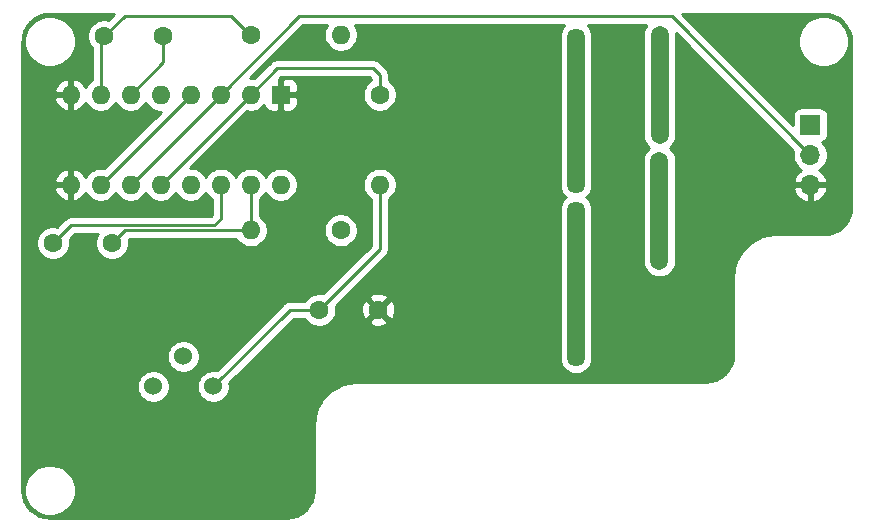
<source format=gbr>
%TF.GenerationSoftware,KiCad,Pcbnew,(5.1.9-0-10_14)*%
%TF.CreationDate,2021-02-06T19:40:53+01:00*%
%TF.ProjectId,f_buzzer,665f6275-7a7a-4657-922e-6b696361645f,rev?*%
%TF.SameCoordinates,Original*%
%TF.FileFunction,Copper,L1,Top*%
%TF.FilePolarity,Positive*%
%FSLAX46Y46*%
G04 Gerber Fmt 4.6, Leading zero omitted, Abs format (unit mm)*
G04 Created by KiCad (PCBNEW (5.1.9-0-10_14)) date 2021-02-06 19:40:53*
%MOMM*%
%LPD*%
G01*
G04 APERTURE LIST*
%TA.AperFunction,ComponentPad*%
%ADD10O,1.500000X14.000000*%
%TD*%
%TA.AperFunction,ComponentPad*%
%ADD11O,1.500000X10.000000*%
%TD*%
%TA.AperFunction,ComponentPad*%
%ADD12O,1.600000X1.600000*%
%TD*%
%TA.AperFunction,ComponentPad*%
%ADD13R,1.600000X1.600000*%
%TD*%
%TA.AperFunction,ComponentPad*%
%ADD14C,1.524000*%
%TD*%
%TA.AperFunction,ComponentPad*%
%ADD15R,1.700000X1.700000*%
%TD*%
%TA.AperFunction,ComponentPad*%
%ADD16O,1.700000X1.700000*%
%TD*%
%TA.AperFunction,ComponentPad*%
%ADD17C,1.600000*%
%TD*%
%TA.AperFunction,Conductor*%
%ADD18C,0.250000*%
%TD*%
%TA.AperFunction,Conductor*%
%ADD19C,0.254000*%
%TD*%
%TA.AperFunction,Conductor*%
%ADD20C,0.100000*%
%TD*%
G04 APERTURE END LIST*
D10*
%TO.P,BZ1,2*%
%TO.N,Net-(BZ1-Pad2)*%
X161740000Y-99680000D03*
%TO.P,BZ1,1*%
%TO.N,Net-(BZ1-Pad1)*%
X161740000Y-85020000D03*
%TD*%
D11*
%TO.P,BZ2,2*%
%TO.N,Net-(BZ1-Pad2)*%
X168810000Y-93490000D03*
%TO.P,BZ2,1*%
%TO.N,Net-(BZ1-Pad1)*%
X168820000Y-82850000D03*
%TD*%
D12*
%TO.P,U1,16*%
%TO.N,VCC*%
X136740000Y-91280000D03*
%TO.P,U1,8*%
%TO.N,GND*%
X118960000Y-83660000D03*
%TO.P,U1,15*%
%TO.N,Net-(C2-Pad2)*%
X134200000Y-91280000D03*
%TO.P,U1,7*%
%TO.N,Net-(C1-Pad2)*%
X121500000Y-83660000D03*
%TO.P,U1,14*%
%TO.N,Net-(C2-Pad1)*%
X131660000Y-91280000D03*
%TO.P,U1,6*%
%TO.N,Net-(C1-Pad1)*%
X124040000Y-83660000D03*
%TO.P,U1,13*%
%TO.N,Net-(U1-Pad13)*%
X129120000Y-91280000D03*
%TO.P,U1,5*%
%TO.N,Net-(BZ1-Pad1)*%
X126580000Y-83660000D03*
%TO.P,U1,12*%
%TO.N,Net-(R1-Pad1)*%
X126580000Y-91280000D03*
%TO.P,U1,4*%
%TO.N,Net-(U1-Pad10)*%
X129120000Y-83660000D03*
%TO.P,U1,11*%
%TO.N,/DVR*%
X124040000Y-91280000D03*
%TO.P,U1,3*%
X131660000Y-83660000D03*
%TO.P,U1,10*%
%TO.N,Net-(U1-Pad10)*%
X121500000Y-91280000D03*
%TO.P,U1,2*%
%TO.N,Net-(R1-Pad1)*%
X134200000Y-83660000D03*
%TO.P,U1,9*%
%TO.N,GND*%
X118960000Y-91280000D03*
D13*
%TO.P,U1,1*%
X136740000Y-83660000D03*
%TD*%
D14*
%TO.P,RV1,3*%
%TO.N,Net-(C3-Pad1)*%
X131035000Y-108365000D03*
%TO.P,RV1,2*%
%TO.N,Net-(BZ1-Pad2)*%
X125955000Y-108365000D03*
%TO.P,RV1,1*%
%TO.N,Net-(BZ1-Pad1)*%
X128495000Y-105825000D03*
%TD*%
D15*
%TO.P,REF\u002A\u002A,1*%
%TO.N,VCC*%
X181580000Y-86230000D03*
D16*
%TO.P,REF\u002A\u002A,2*%
%TO.N,/DVR*%
X181580000Y-88770000D03*
%TO.P,REF\u002A\u002A,3*%
%TO.N,GND*%
X181580000Y-91310000D03*
%TD*%
D12*
%TO.P,R3,2*%
%TO.N,VCC*%
X141830000Y-78580000D03*
D17*
%TO.P,R3,1*%
%TO.N,Net-(C1-Pad2)*%
X134210000Y-78580000D03*
%TD*%
D12*
%TO.P,R2,2*%
%TO.N,Net-(C2-Pad2)*%
X134200000Y-95150000D03*
D17*
%TO.P,R2,1*%
%TO.N,VCC*%
X141820000Y-95150000D03*
%TD*%
D12*
%TO.P,R1,2*%
%TO.N,Net-(C3-Pad1)*%
X145120000Y-91280000D03*
D17*
%TO.P,R1,1*%
%TO.N,Net-(R1-Pad1)*%
X145120000Y-83660000D03*
%TD*%
%TO.P,C3,2*%
%TO.N,GND*%
X145010000Y-101880000D03*
%TO.P,C3,1*%
%TO.N,Net-(C3-Pad1)*%
X140010000Y-101880000D03*
%TD*%
%TO.P,C2,2*%
%TO.N,Net-(C2-Pad2)*%
X122470000Y-96230000D03*
%TO.P,C2,1*%
%TO.N,Net-(C2-Pad1)*%
X117470000Y-96230000D03*
%TD*%
%TO.P,C1,1*%
%TO.N,Net-(C1-Pad1)*%
X126820000Y-78700000D03*
%TO.P,C1,2*%
%TO.N,Net-(C1-Pad2)*%
X121820000Y-78700000D03*
%TD*%
D18*
%TO.N,Net-(C1-Pad2)*%
X121500000Y-79020000D02*
X121500000Y-83660000D01*
X121820000Y-78700000D02*
X121500000Y-79020000D01*
X132550000Y-76990000D02*
X134150000Y-78590000D01*
X123530000Y-76990000D02*
X132550000Y-76990000D01*
X121820000Y-78700000D02*
X123530000Y-76990000D01*
%TO.N,Net-(C1-Pad1)*%
X126820000Y-80880000D02*
X124040000Y-83660000D01*
X126820000Y-78700000D02*
X126820000Y-80880000D01*
%TO.N,Net-(C2-Pad2)*%
X134200000Y-91280000D02*
X134200000Y-95150000D01*
X134190000Y-95140000D02*
X134200000Y-95150000D01*
X123550000Y-95150000D02*
X122470000Y-96230000D01*
X134200000Y-95150000D02*
X123550000Y-95150000D01*
%TO.N,Net-(C2-Pad1)*%
X119000000Y-94700000D02*
X117470000Y-96230000D01*
X131660000Y-94170000D02*
X131130000Y-94700000D01*
X131130000Y-94700000D02*
X119000000Y-94700000D01*
X131660000Y-91280000D02*
X131660000Y-94170000D01*
%TO.N,Net-(C3-Pad1)*%
X145120000Y-96770000D02*
X140010000Y-101880000D01*
X145120000Y-91280000D02*
X145120000Y-96770000D01*
X137520000Y-101880000D02*
X140010000Y-101880000D01*
X131035000Y-108365000D02*
X137520000Y-101880000D01*
%TO.N,Net-(R1-Pad1)*%
X134200000Y-83660000D02*
X126580000Y-91280000D01*
X145120000Y-81980000D02*
X145120000Y-83660000D01*
X144540000Y-81400000D02*
X145120000Y-81980000D01*
X136460000Y-81400000D02*
X144540000Y-81400000D01*
X134200000Y-83660000D02*
X136460000Y-81400000D01*
%TO.N,/DVR*%
X131660000Y-83660000D02*
X124040000Y-91280000D01*
X169850000Y-77040000D02*
X138280000Y-77040000D01*
X138280000Y-77040000D02*
X131660000Y-83660000D01*
X181580000Y-88770000D02*
X169850000Y-77040000D01*
%TO.N,Net-(U1-Pad10)*%
X129120000Y-83660000D02*
X121500000Y-91280000D01*
%TD*%
D19*
%TO.N,GND*%
X122143886Y-77301312D02*
X121961335Y-77265000D01*
X121678665Y-77265000D01*
X121401426Y-77320147D01*
X121140273Y-77428320D01*
X120905241Y-77585363D01*
X120705363Y-77785241D01*
X120548320Y-78020273D01*
X120440147Y-78281426D01*
X120385000Y-78558665D01*
X120385000Y-78841335D01*
X120440147Y-79118574D01*
X120548320Y-79379727D01*
X120705363Y-79614759D01*
X120740000Y-79649396D01*
X120740001Y-82441956D01*
X120585241Y-82545363D01*
X120385363Y-82745241D01*
X120228320Y-82980273D01*
X120223933Y-82990865D01*
X120112385Y-82804869D01*
X119923414Y-82596481D01*
X119697420Y-82428963D01*
X119443087Y-82308754D01*
X119309039Y-82268096D01*
X119087000Y-82390085D01*
X119087000Y-83533000D01*
X119107000Y-83533000D01*
X119107000Y-83787000D01*
X119087000Y-83787000D01*
X119087000Y-84929915D01*
X119309039Y-85051904D01*
X119443087Y-85011246D01*
X119697420Y-84891037D01*
X119923414Y-84723519D01*
X120112385Y-84515131D01*
X120223933Y-84329135D01*
X120228320Y-84339727D01*
X120385363Y-84574759D01*
X120585241Y-84774637D01*
X120820273Y-84931680D01*
X121081426Y-85039853D01*
X121358665Y-85095000D01*
X121641335Y-85095000D01*
X121918574Y-85039853D01*
X122179727Y-84931680D01*
X122414759Y-84774637D01*
X122614637Y-84574759D01*
X122770000Y-84342241D01*
X122925363Y-84574759D01*
X123125241Y-84774637D01*
X123360273Y-84931680D01*
X123621426Y-85039853D01*
X123898665Y-85095000D01*
X124181335Y-85095000D01*
X124458574Y-85039853D01*
X124719727Y-84931680D01*
X124954759Y-84774637D01*
X125154637Y-84574759D01*
X125310000Y-84342241D01*
X125465363Y-84574759D01*
X125665241Y-84774637D01*
X125900273Y-84931680D01*
X126161426Y-85039853D01*
X126438665Y-85095000D01*
X126610198Y-85095000D01*
X121823887Y-89881312D01*
X121641335Y-89845000D01*
X121358665Y-89845000D01*
X121081426Y-89900147D01*
X120820273Y-90008320D01*
X120585241Y-90165363D01*
X120385363Y-90365241D01*
X120228320Y-90600273D01*
X120223933Y-90610865D01*
X120112385Y-90424869D01*
X119923414Y-90216481D01*
X119697420Y-90048963D01*
X119443087Y-89928754D01*
X119309039Y-89888096D01*
X119087000Y-90010085D01*
X119087000Y-91153000D01*
X119107000Y-91153000D01*
X119107000Y-91407000D01*
X119087000Y-91407000D01*
X119087000Y-92549915D01*
X119309039Y-92671904D01*
X119443087Y-92631246D01*
X119697420Y-92511037D01*
X119923414Y-92343519D01*
X120112385Y-92135131D01*
X120223933Y-91949135D01*
X120228320Y-91959727D01*
X120385363Y-92194759D01*
X120585241Y-92394637D01*
X120820273Y-92551680D01*
X121081426Y-92659853D01*
X121358665Y-92715000D01*
X121641335Y-92715000D01*
X121918574Y-92659853D01*
X122179727Y-92551680D01*
X122414759Y-92394637D01*
X122614637Y-92194759D01*
X122770000Y-91962241D01*
X122925363Y-92194759D01*
X123125241Y-92394637D01*
X123360273Y-92551680D01*
X123621426Y-92659853D01*
X123898665Y-92715000D01*
X124181335Y-92715000D01*
X124458574Y-92659853D01*
X124719727Y-92551680D01*
X124954759Y-92394637D01*
X125154637Y-92194759D01*
X125310000Y-91962241D01*
X125465363Y-92194759D01*
X125665241Y-92394637D01*
X125900273Y-92551680D01*
X126161426Y-92659853D01*
X126438665Y-92715000D01*
X126721335Y-92715000D01*
X126998574Y-92659853D01*
X127259727Y-92551680D01*
X127494759Y-92394637D01*
X127694637Y-92194759D01*
X127850000Y-91962241D01*
X128005363Y-92194759D01*
X128205241Y-92394637D01*
X128440273Y-92551680D01*
X128701426Y-92659853D01*
X128978665Y-92715000D01*
X129261335Y-92715000D01*
X129538574Y-92659853D01*
X129799727Y-92551680D01*
X130034759Y-92394637D01*
X130234637Y-92194759D01*
X130390000Y-91962241D01*
X130545363Y-92194759D01*
X130745241Y-92394637D01*
X130900000Y-92498044D01*
X130900001Y-93855198D01*
X130815199Y-93940000D01*
X119037325Y-93940000D01*
X119000000Y-93936324D01*
X118962675Y-93940000D01*
X118962667Y-93940000D01*
X118851014Y-93950997D01*
X118707753Y-93994454D01*
X118575724Y-94065026D01*
X118459999Y-94159999D01*
X118436201Y-94188997D01*
X117793886Y-94831312D01*
X117611335Y-94795000D01*
X117328665Y-94795000D01*
X117051426Y-94850147D01*
X116790273Y-94958320D01*
X116555241Y-95115363D01*
X116355363Y-95315241D01*
X116198320Y-95550273D01*
X116090147Y-95811426D01*
X116035000Y-96088665D01*
X116035000Y-96371335D01*
X116090147Y-96648574D01*
X116198320Y-96909727D01*
X116355363Y-97144759D01*
X116555241Y-97344637D01*
X116790273Y-97501680D01*
X117051426Y-97609853D01*
X117328665Y-97665000D01*
X117611335Y-97665000D01*
X117888574Y-97609853D01*
X118149727Y-97501680D01*
X118384759Y-97344637D01*
X118584637Y-97144759D01*
X118741680Y-96909727D01*
X118849853Y-96648574D01*
X118905000Y-96371335D01*
X118905000Y-96088665D01*
X118868688Y-95906114D01*
X119314802Y-95460000D01*
X121258638Y-95460000D01*
X121198320Y-95550273D01*
X121090147Y-95811426D01*
X121035000Y-96088665D01*
X121035000Y-96371335D01*
X121090147Y-96648574D01*
X121198320Y-96909727D01*
X121355363Y-97144759D01*
X121555241Y-97344637D01*
X121790273Y-97501680D01*
X122051426Y-97609853D01*
X122328665Y-97665000D01*
X122611335Y-97665000D01*
X122888574Y-97609853D01*
X123149727Y-97501680D01*
X123384759Y-97344637D01*
X123584637Y-97144759D01*
X123741680Y-96909727D01*
X123849853Y-96648574D01*
X123905000Y-96371335D01*
X123905000Y-96088665D01*
X123869461Y-95910000D01*
X132981957Y-95910000D01*
X133085363Y-96064759D01*
X133285241Y-96264637D01*
X133520273Y-96421680D01*
X133781426Y-96529853D01*
X134058665Y-96585000D01*
X134341335Y-96585000D01*
X134618574Y-96529853D01*
X134879727Y-96421680D01*
X135114759Y-96264637D01*
X135314637Y-96064759D01*
X135471680Y-95829727D01*
X135579853Y-95568574D01*
X135635000Y-95291335D01*
X135635000Y-95008665D01*
X140385000Y-95008665D01*
X140385000Y-95291335D01*
X140440147Y-95568574D01*
X140548320Y-95829727D01*
X140705363Y-96064759D01*
X140905241Y-96264637D01*
X141140273Y-96421680D01*
X141401426Y-96529853D01*
X141678665Y-96585000D01*
X141961335Y-96585000D01*
X142238574Y-96529853D01*
X142499727Y-96421680D01*
X142734759Y-96264637D01*
X142934637Y-96064759D01*
X143091680Y-95829727D01*
X143199853Y-95568574D01*
X143255000Y-95291335D01*
X143255000Y-95008665D01*
X143199853Y-94731426D01*
X143091680Y-94470273D01*
X142934637Y-94235241D01*
X142734759Y-94035363D01*
X142499727Y-93878320D01*
X142238574Y-93770147D01*
X141961335Y-93715000D01*
X141678665Y-93715000D01*
X141401426Y-93770147D01*
X141140273Y-93878320D01*
X140905241Y-94035363D01*
X140705363Y-94235241D01*
X140548320Y-94470273D01*
X140440147Y-94731426D01*
X140385000Y-95008665D01*
X135635000Y-95008665D01*
X135579853Y-94731426D01*
X135471680Y-94470273D01*
X135314637Y-94235241D01*
X135114759Y-94035363D01*
X134960000Y-93931957D01*
X134960000Y-92498043D01*
X135114759Y-92394637D01*
X135314637Y-92194759D01*
X135470000Y-91962241D01*
X135625363Y-92194759D01*
X135825241Y-92394637D01*
X136060273Y-92551680D01*
X136321426Y-92659853D01*
X136598665Y-92715000D01*
X136881335Y-92715000D01*
X137158574Y-92659853D01*
X137419727Y-92551680D01*
X137654759Y-92394637D01*
X137854637Y-92194759D01*
X138011680Y-91959727D01*
X138119853Y-91698574D01*
X138175000Y-91421335D01*
X138175000Y-91138665D01*
X138119853Y-90861426D01*
X138011680Y-90600273D01*
X137854637Y-90365241D01*
X137654759Y-90165363D01*
X137419727Y-90008320D01*
X137158574Y-89900147D01*
X136881335Y-89845000D01*
X136598665Y-89845000D01*
X136321426Y-89900147D01*
X136060273Y-90008320D01*
X135825241Y-90165363D01*
X135625363Y-90365241D01*
X135470000Y-90597759D01*
X135314637Y-90365241D01*
X135114759Y-90165363D01*
X134879727Y-90008320D01*
X134618574Y-89900147D01*
X134341335Y-89845000D01*
X134058665Y-89845000D01*
X133781426Y-89900147D01*
X133520273Y-90008320D01*
X133285241Y-90165363D01*
X133085363Y-90365241D01*
X132930000Y-90597759D01*
X132774637Y-90365241D01*
X132574759Y-90165363D01*
X132339727Y-90008320D01*
X132078574Y-89900147D01*
X131801335Y-89845000D01*
X131518665Y-89845000D01*
X131241426Y-89900147D01*
X130980273Y-90008320D01*
X130745241Y-90165363D01*
X130545363Y-90365241D01*
X130390000Y-90597759D01*
X130234637Y-90365241D01*
X130034759Y-90165363D01*
X129799727Y-90008320D01*
X129538574Y-89900147D01*
X129261335Y-89845000D01*
X129089801Y-89845000D01*
X133876114Y-85058688D01*
X134058665Y-85095000D01*
X134341335Y-85095000D01*
X134618574Y-85039853D01*
X134879727Y-84931680D01*
X135114759Y-84774637D01*
X135313357Y-84576039D01*
X135314188Y-84584482D01*
X135350498Y-84704180D01*
X135409463Y-84814494D01*
X135488815Y-84911185D01*
X135585506Y-84990537D01*
X135695820Y-85049502D01*
X135815518Y-85085812D01*
X135940000Y-85098072D01*
X136454250Y-85095000D01*
X136613000Y-84936250D01*
X136613000Y-83787000D01*
X136867000Y-83787000D01*
X136867000Y-84936250D01*
X137025750Y-85095000D01*
X137540000Y-85098072D01*
X137664482Y-85085812D01*
X137784180Y-85049502D01*
X137894494Y-84990537D01*
X137991185Y-84911185D01*
X138070537Y-84814494D01*
X138129502Y-84704180D01*
X138165812Y-84584482D01*
X138178072Y-84460000D01*
X138175000Y-83945750D01*
X138016250Y-83787000D01*
X136867000Y-83787000D01*
X136613000Y-83787000D01*
X136593000Y-83787000D01*
X136593000Y-83533000D01*
X136613000Y-83533000D01*
X136613000Y-82383750D01*
X136867000Y-82383750D01*
X136867000Y-83533000D01*
X138016250Y-83533000D01*
X138175000Y-83374250D01*
X138178072Y-82860000D01*
X138165812Y-82735518D01*
X138129502Y-82615820D01*
X138070537Y-82505506D01*
X137991185Y-82408815D01*
X137894494Y-82329463D01*
X137784180Y-82270498D01*
X137664482Y-82234188D01*
X137540000Y-82221928D01*
X137025750Y-82225000D01*
X136867000Y-82383750D01*
X136613000Y-82383750D01*
X136582026Y-82352776D01*
X136774802Y-82160000D01*
X144225199Y-82160000D01*
X144360000Y-82294802D01*
X144360000Y-82441956D01*
X144205241Y-82545363D01*
X144005363Y-82745241D01*
X143848320Y-82980273D01*
X143740147Y-83241426D01*
X143685000Y-83518665D01*
X143685000Y-83801335D01*
X143740147Y-84078574D01*
X143848320Y-84339727D01*
X144005363Y-84574759D01*
X144205241Y-84774637D01*
X144440273Y-84931680D01*
X144701426Y-85039853D01*
X144978665Y-85095000D01*
X145261335Y-85095000D01*
X145538574Y-85039853D01*
X145799727Y-84931680D01*
X146034759Y-84774637D01*
X146234637Y-84574759D01*
X146391680Y-84339727D01*
X146499853Y-84078574D01*
X146555000Y-83801335D01*
X146555000Y-83518665D01*
X146499853Y-83241426D01*
X146391680Y-82980273D01*
X146234637Y-82745241D01*
X146034759Y-82545363D01*
X145880000Y-82441957D01*
X145880000Y-82017323D01*
X145883676Y-81980000D01*
X145880000Y-81942677D01*
X145880000Y-81942667D01*
X145869003Y-81831014D01*
X145825546Y-81687753D01*
X145754974Y-81555724D01*
X145660001Y-81439999D01*
X145631004Y-81416202D01*
X145103803Y-80889002D01*
X145080001Y-80859999D01*
X144964276Y-80765026D01*
X144832247Y-80694454D01*
X144688986Y-80650997D01*
X144577333Y-80640000D01*
X144577322Y-80640000D01*
X144540000Y-80636324D01*
X144502678Y-80640000D01*
X136497325Y-80640000D01*
X136460000Y-80636324D01*
X136422675Y-80640000D01*
X136422667Y-80640000D01*
X136311014Y-80650997D01*
X136167753Y-80694454D01*
X136035724Y-80765026D01*
X135919999Y-80859999D01*
X135896201Y-80888997D01*
X134523886Y-82261312D01*
X134341335Y-82225000D01*
X134169801Y-82225000D01*
X138594802Y-77800000D01*
X140625320Y-77800000D01*
X140558320Y-77900273D01*
X140450147Y-78161426D01*
X140395000Y-78438665D01*
X140395000Y-78721335D01*
X140450147Y-78998574D01*
X140558320Y-79259727D01*
X140715363Y-79494759D01*
X140915241Y-79694637D01*
X141150273Y-79851680D01*
X141411426Y-79959853D01*
X141688665Y-80015000D01*
X141971335Y-80015000D01*
X142248574Y-79959853D01*
X142509727Y-79851680D01*
X142744759Y-79694637D01*
X142944637Y-79494759D01*
X143101680Y-79259727D01*
X143209853Y-78998574D01*
X143265000Y-78721335D01*
X143265000Y-78438665D01*
X143209853Y-78161426D01*
X143101680Y-77900273D01*
X143034680Y-77800000D01*
X160744364Y-77800000D01*
X160582844Y-77996812D01*
X160454237Y-78237419D01*
X160375041Y-78498493D01*
X160355001Y-78701963D01*
X160355000Y-91338036D01*
X160375040Y-91541506D01*
X160454236Y-91802580D01*
X160582843Y-92043187D01*
X160755919Y-92254080D01*
X160872797Y-92350000D01*
X160755920Y-92445919D01*
X160582844Y-92656812D01*
X160454237Y-92897419D01*
X160375041Y-93158493D01*
X160355001Y-93361963D01*
X160355000Y-105998036D01*
X160375040Y-106201506D01*
X160454236Y-106462580D01*
X160582843Y-106703187D01*
X160755919Y-106914080D01*
X160966812Y-107087157D01*
X161207419Y-107215764D01*
X161468493Y-107294960D01*
X161740000Y-107321701D01*
X162011506Y-107294960D01*
X162272580Y-107215764D01*
X162513187Y-107087157D01*
X162724080Y-106914081D01*
X162897157Y-106703188D01*
X163025764Y-106462581D01*
X163104960Y-106201507D01*
X163125000Y-105998037D01*
X163125000Y-93361963D01*
X163104960Y-93158493D01*
X163025764Y-92897419D01*
X162897157Y-92656812D01*
X162724081Y-92445919D01*
X162607203Y-92350000D01*
X162724080Y-92254081D01*
X162897157Y-92043188D01*
X163025764Y-91802581D01*
X163104960Y-91541507D01*
X163125000Y-91338037D01*
X163125000Y-78701963D01*
X163104960Y-78498493D01*
X163025764Y-78237419D01*
X162897157Y-77996812D01*
X162735637Y-77800000D01*
X167684848Y-77800000D01*
X167662843Y-77826813D01*
X167534236Y-78067420D01*
X167455040Y-78328494D01*
X167435000Y-78531964D01*
X167435001Y-87168037D01*
X167455041Y-87371507D01*
X167534237Y-87632581D01*
X167662844Y-87873188D01*
X167835920Y-88084081D01*
X167935612Y-88165896D01*
X167825919Y-88255920D01*
X167652843Y-88466813D01*
X167524236Y-88707420D01*
X167445040Y-88968494D01*
X167425000Y-89171964D01*
X167425001Y-97808037D01*
X167445041Y-98011507D01*
X167524237Y-98272581D01*
X167652844Y-98513188D01*
X167825920Y-98724081D01*
X168036813Y-98897157D01*
X168277420Y-99025764D01*
X168538494Y-99104960D01*
X168810000Y-99131701D01*
X169081507Y-99104960D01*
X169342581Y-99025764D01*
X169583188Y-98897157D01*
X169794081Y-98724081D01*
X169967157Y-98513188D01*
X170095764Y-98272581D01*
X170174960Y-98011507D01*
X170195000Y-97808037D01*
X170195000Y-91666890D01*
X180138524Y-91666890D01*
X180183175Y-91814099D01*
X180308359Y-92076920D01*
X180482412Y-92310269D01*
X180698645Y-92505178D01*
X180948748Y-92654157D01*
X181223109Y-92751481D01*
X181453000Y-92630814D01*
X181453000Y-91437000D01*
X181707000Y-91437000D01*
X181707000Y-92630814D01*
X181936891Y-92751481D01*
X182211252Y-92654157D01*
X182461355Y-92505178D01*
X182677588Y-92310269D01*
X182851641Y-92076920D01*
X182976825Y-91814099D01*
X183021476Y-91666890D01*
X182900155Y-91437000D01*
X181707000Y-91437000D01*
X181453000Y-91437000D01*
X180259845Y-91437000D01*
X180138524Y-91666890D01*
X170195000Y-91666890D01*
X170195000Y-89171963D01*
X170174960Y-88968493D01*
X170095764Y-88707419D01*
X169967157Y-88466812D01*
X169794080Y-88255919D01*
X169694388Y-88174104D01*
X169804081Y-88084081D01*
X169977157Y-87873188D01*
X170105764Y-87632581D01*
X170184960Y-87371507D01*
X170205000Y-87168037D01*
X170205000Y-78531963D01*
X170198209Y-78463010D01*
X180138790Y-88403592D01*
X180095000Y-88623740D01*
X180095000Y-88916260D01*
X180152068Y-89203158D01*
X180264010Y-89473411D01*
X180426525Y-89716632D01*
X180633368Y-89923475D01*
X180815534Y-90045195D01*
X180698645Y-90114822D01*
X180482412Y-90309731D01*
X180308359Y-90543080D01*
X180183175Y-90805901D01*
X180138524Y-90953110D01*
X180259845Y-91183000D01*
X181453000Y-91183000D01*
X181453000Y-91163000D01*
X181707000Y-91163000D01*
X181707000Y-91183000D01*
X182900155Y-91183000D01*
X183021476Y-90953110D01*
X182976825Y-90805901D01*
X182851641Y-90543080D01*
X182677588Y-90309731D01*
X182461355Y-90114822D01*
X182344466Y-90045195D01*
X182526632Y-89923475D01*
X182733475Y-89716632D01*
X182895990Y-89473411D01*
X183007932Y-89203158D01*
X183065000Y-88916260D01*
X183065000Y-88623740D01*
X183007932Y-88336842D01*
X182895990Y-88066589D01*
X182733475Y-87823368D01*
X182601620Y-87691513D01*
X182674180Y-87669502D01*
X182784494Y-87610537D01*
X182881185Y-87531185D01*
X182960537Y-87434494D01*
X183019502Y-87324180D01*
X183055812Y-87204482D01*
X183068072Y-87080000D01*
X183068072Y-85380000D01*
X183055812Y-85255518D01*
X183019502Y-85135820D01*
X182960537Y-85025506D01*
X182881185Y-84928815D01*
X182784494Y-84849463D01*
X182674180Y-84790498D01*
X182554482Y-84754188D01*
X182430000Y-84741928D01*
X180730000Y-84741928D01*
X180605518Y-84754188D01*
X180485820Y-84790498D01*
X180375506Y-84849463D01*
X180278815Y-84928815D01*
X180199463Y-85025506D01*
X180140498Y-85135820D01*
X180104188Y-85255518D01*
X180091928Y-85380000D01*
X180091928Y-86207126D01*
X172821125Y-78936323D01*
X180540497Y-78936323D01*
X180540497Y-79363677D01*
X180623870Y-79782821D01*
X180787412Y-80177645D01*
X181024837Y-80532977D01*
X181327023Y-80835163D01*
X181682355Y-81072588D01*
X182077179Y-81236130D01*
X182496323Y-81319503D01*
X182923677Y-81319503D01*
X183342821Y-81236130D01*
X183737645Y-81072588D01*
X184092977Y-80835163D01*
X184395163Y-80532977D01*
X184632588Y-80177645D01*
X184796130Y-79782821D01*
X184879503Y-79363677D01*
X184879503Y-78936323D01*
X184796130Y-78517179D01*
X184632588Y-78122355D01*
X184395163Y-77767023D01*
X184092977Y-77464837D01*
X183737645Y-77227412D01*
X183342821Y-77063870D01*
X182923677Y-76980497D01*
X182496323Y-76980497D01*
X182077179Y-77063870D01*
X181682355Y-77227412D01*
X181327023Y-77464837D01*
X181024837Y-77767023D01*
X180787412Y-78122355D01*
X180623870Y-78517179D01*
X180540497Y-78936323D01*
X172821125Y-78936323D01*
X170694801Y-76810000D01*
X182677721Y-76810000D01*
X183163893Y-76857670D01*
X183600498Y-76989489D01*
X184003185Y-77203600D01*
X184356612Y-77491848D01*
X184647327Y-77843261D01*
X184864242Y-78244439D01*
X184999106Y-78680113D01*
X185050000Y-79164344D01*
X185050001Y-93117711D01*
X185002330Y-93603894D01*
X184870512Y-94040497D01*
X184656399Y-94443186D01*
X184368150Y-94796613D01*
X184016739Y-95087327D01*
X183615564Y-95304240D01*
X183179886Y-95439106D01*
X182695664Y-95490000D01*
X178677581Y-95490000D01*
X178647937Y-95492920D01*
X178629238Y-95492789D01*
X178620067Y-95493689D01*
X178037777Y-95554890D01*
X177979191Y-95566916D01*
X177920420Y-95578127D01*
X177911598Y-95580790D01*
X177352285Y-95753928D01*
X177297167Y-95777098D01*
X177241678Y-95799516D01*
X177233542Y-95803843D01*
X176718510Y-96082319D01*
X176668936Y-96115757D01*
X176618862Y-96148524D01*
X176611721Y-96154348D01*
X176160588Y-96527558D01*
X176118431Y-96570010D01*
X176075699Y-96611856D01*
X176069825Y-96618957D01*
X175699773Y-97072685D01*
X175666679Y-97122496D01*
X175632873Y-97171868D01*
X175628490Y-97179974D01*
X175353616Y-97696938D01*
X175330812Y-97752265D01*
X175307256Y-97807225D01*
X175304531Y-97816029D01*
X175135304Y-98376536D01*
X175123682Y-98435231D01*
X175111248Y-98493727D01*
X175110285Y-98502892D01*
X175053150Y-99085595D01*
X175050000Y-99117582D01*
X175050001Y-105617711D01*
X175002330Y-106103894D01*
X174870512Y-106540497D01*
X174656399Y-106943186D01*
X174368150Y-107296613D01*
X174016739Y-107587327D01*
X173615564Y-107804240D01*
X173179886Y-107939106D01*
X172695664Y-107990000D01*
X143177581Y-107990000D01*
X143147937Y-107992920D01*
X143129238Y-107992789D01*
X143120067Y-107993689D01*
X142537777Y-108054890D01*
X142479191Y-108066916D01*
X142420420Y-108078127D01*
X142411598Y-108080790D01*
X141852285Y-108253928D01*
X141797167Y-108277098D01*
X141741678Y-108299516D01*
X141733542Y-108303843D01*
X141218510Y-108582319D01*
X141168936Y-108615757D01*
X141118862Y-108648524D01*
X141111721Y-108654348D01*
X140660588Y-109027558D01*
X140618431Y-109070010D01*
X140575699Y-109111856D01*
X140569825Y-109118957D01*
X140199773Y-109572685D01*
X140166679Y-109622496D01*
X140132873Y-109671868D01*
X140128490Y-109679974D01*
X139853616Y-110196938D01*
X139830812Y-110252265D01*
X139807256Y-110307225D01*
X139804531Y-110316029D01*
X139635304Y-110876536D01*
X139623682Y-110935231D01*
X139611248Y-110993727D01*
X139610285Y-111002892D01*
X139553150Y-111585595D01*
X139553150Y-111585608D01*
X139550001Y-111617581D01*
X139550000Y-117117721D01*
X139502330Y-117603894D01*
X139370512Y-118040497D01*
X139156399Y-118443186D01*
X138868150Y-118796613D01*
X138516739Y-119087327D01*
X138115564Y-119304240D01*
X137679886Y-119439106D01*
X137195664Y-119490000D01*
X117242279Y-119490000D01*
X116756106Y-119442330D01*
X116319503Y-119310512D01*
X115916814Y-119096399D01*
X115563387Y-118808150D01*
X115272673Y-118456739D01*
X115055760Y-118055564D01*
X114920894Y-117619886D01*
X114870000Y-117135664D01*
X114870000Y-116936323D01*
X115040497Y-116936323D01*
X115040497Y-117363677D01*
X115123870Y-117782821D01*
X115287412Y-118177645D01*
X115524837Y-118532977D01*
X115827023Y-118835163D01*
X116182355Y-119072588D01*
X116577179Y-119236130D01*
X116996323Y-119319503D01*
X117423677Y-119319503D01*
X117842821Y-119236130D01*
X118237645Y-119072588D01*
X118592977Y-118835163D01*
X118895163Y-118532977D01*
X119132588Y-118177645D01*
X119296130Y-117782821D01*
X119379503Y-117363677D01*
X119379503Y-116936323D01*
X119296130Y-116517179D01*
X119132588Y-116122355D01*
X118895163Y-115767023D01*
X118592977Y-115464837D01*
X118237645Y-115227412D01*
X117842821Y-115063870D01*
X117423677Y-114980497D01*
X116996323Y-114980497D01*
X116577179Y-115063870D01*
X116182355Y-115227412D01*
X115827023Y-115464837D01*
X115524837Y-115767023D01*
X115287412Y-116122355D01*
X115123870Y-116517179D01*
X115040497Y-116936323D01*
X114870000Y-116936323D01*
X114870000Y-108227408D01*
X124558000Y-108227408D01*
X124558000Y-108502592D01*
X124611686Y-108772490D01*
X124716995Y-109026727D01*
X124869880Y-109255535D01*
X125064465Y-109450120D01*
X125293273Y-109603005D01*
X125547510Y-109708314D01*
X125817408Y-109762000D01*
X126092592Y-109762000D01*
X126362490Y-109708314D01*
X126616727Y-109603005D01*
X126845535Y-109450120D01*
X127040120Y-109255535D01*
X127193005Y-109026727D01*
X127298314Y-108772490D01*
X127352000Y-108502592D01*
X127352000Y-108227408D01*
X129638000Y-108227408D01*
X129638000Y-108502592D01*
X129691686Y-108772490D01*
X129796995Y-109026727D01*
X129949880Y-109255535D01*
X130144465Y-109450120D01*
X130373273Y-109603005D01*
X130627510Y-109708314D01*
X130897408Y-109762000D01*
X131172592Y-109762000D01*
X131442490Y-109708314D01*
X131696727Y-109603005D01*
X131925535Y-109450120D01*
X132120120Y-109255535D01*
X132273005Y-109026727D01*
X132378314Y-108772490D01*
X132432000Y-108502592D01*
X132432000Y-108227408D01*
X132401372Y-108073429D01*
X137834802Y-102640000D01*
X138791957Y-102640000D01*
X138895363Y-102794759D01*
X139095241Y-102994637D01*
X139330273Y-103151680D01*
X139591426Y-103259853D01*
X139868665Y-103315000D01*
X140151335Y-103315000D01*
X140428574Y-103259853D01*
X140689727Y-103151680D01*
X140924759Y-102994637D01*
X141046694Y-102872702D01*
X144196903Y-102872702D01*
X144268486Y-103116671D01*
X144523996Y-103237571D01*
X144798184Y-103306300D01*
X145080512Y-103320217D01*
X145360130Y-103278787D01*
X145626292Y-103183603D01*
X145751514Y-103116671D01*
X145823097Y-102872702D01*
X145010000Y-102059605D01*
X144196903Y-102872702D01*
X141046694Y-102872702D01*
X141124637Y-102794759D01*
X141281680Y-102559727D01*
X141389853Y-102298574D01*
X141445000Y-102021335D01*
X141445000Y-101950512D01*
X143569783Y-101950512D01*
X143611213Y-102230130D01*
X143706397Y-102496292D01*
X143773329Y-102621514D01*
X144017298Y-102693097D01*
X144830395Y-101880000D01*
X145189605Y-101880000D01*
X146002702Y-102693097D01*
X146246671Y-102621514D01*
X146367571Y-102366004D01*
X146436300Y-102091816D01*
X146450217Y-101809488D01*
X146408787Y-101529870D01*
X146313603Y-101263708D01*
X146246671Y-101138486D01*
X146002702Y-101066903D01*
X145189605Y-101880000D01*
X144830395Y-101880000D01*
X144017298Y-101066903D01*
X143773329Y-101138486D01*
X143652429Y-101393996D01*
X143583700Y-101668184D01*
X143569783Y-101950512D01*
X141445000Y-101950512D01*
X141445000Y-101738665D01*
X141408688Y-101556113D01*
X142077503Y-100887298D01*
X144196903Y-100887298D01*
X145010000Y-101700395D01*
X145823097Y-100887298D01*
X145751514Y-100643329D01*
X145496004Y-100522429D01*
X145221816Y-100453700D01*
X144939488Y-100439783D01*
X144659870Y-100481213D01*
X144393708Y-100576397D01*
X144268486Y-100643329D01*
X144196903Y-100887298D01*
X142077503Y-100887298D01*
X145631003Y-97333799D01*
X145660001Y-97310001D01*
X145754974Y-97194276D01*
X145825546Y-97062247D01*
X145869003Y-96918986D01*
X145880000Y-96807333D01*
X145880000Y-96807324D01*
X145883676Y-96770001D01*
X145880000Y-96732678D01*
X145880000Y-92498043D01*
X146034759Y-92394637D01*
X146234637Y-92194759D01*
X146391680Y-91959727D01*
X146499853Y-91698574D01*
X146555000Y-91421335D01*
X146555000Y-91138665D01*
X146499853Y-90861426D01*
X146391680Y-90600273D01*
X146234637Y-90365241D01*
X146034759Y-90165363D01*
X145799727Y-90008320D01*
X145538574Y-89900147D01*
X145261335Y-89845000D01*
X144978665Y-89845000D01*
X144701426Y-89900147D01*
X144440273Y-90008320D01*
X144205241Y-90165363D01*
X144005363Y-90365241D01*
X143848320Y-90600273D01*
X143740147Y-90861426D01*
X143685000Y-91138665D01*
X143685000Y-91421335D01*
X143740147Y-91698574D01*
X143848320Y-91959727D01*
X144005363Y-92194759D01*
X144205241Y-92394637D01*
X144360000Y-92498044D01*
X144360001Y-96455197D01*
X140333887Y-100481312D01*
X140151335Y-100445000D01*
X139868665Y-100445000D01*
X139591426Y-100500147D01*
X139330273Y-100608320D01*
X139095241Y-100765363D01*
X138895363Y-100965241D01*
X138791957Y-101120000D01*
X137557323Y-101120000D01*
X137520000Y-101116324D01*
X137482677Y-101120000D01*
X137482667Y-101120000D01*
X137371014Y-101130997D01*
X137227753Y-101174454D01*
X137095723Y-101245026D01*
X137012083Y-101313668D01*
X136979999Y-101339999D01*
X136956201Y-101368997D01*
X131326571Y-106998628D01*
X131172592Y-106968000D01*
X130897408Y-106968000D01*
X130627510Y-107021686D01*
X130373273Y-107126995D01*
X130144465Y-107279880D01*
X129949880Y-107474465D01*
X129796995Y-107703273D01*
X129691686Y-107957510D01*
X129638000Y-108227408D01*
X127352000Y-108227408D01*
X127298314Y-107957510D01*
X127193005Y-107703273D01*
X127040120Y-107474465D01*
X126845535Y-107279880D01*
X126616727Y-107126995D01*
X126362490Y-107021686D01*
X126092592Y-106968000D01*
X125817408Y-106968000D01*
X125547510Y-107021686D01*
X125293273Y-107126995D01*
X125064465Y-107279880D01*
X124869880Y-107474465D01*
X124716995Y-107703273D01*
X124611686Y-107957510D01*
X124558000Y-108227408D01*
X114870000Y-108227408D01*
X114870000Y-105687408D01*
X127098000Y-105687408D01*
X127098000Y-105962592D01*
X127151686Y-106232490D01*
X127256995Y-106486727D01*
X127409880Y-106715535D01*
X127604465Y-106910120D01*
X127833273Y-107063005D01*
X128087510Y-107168314D01*
X128357408Y-107222000D01*
X128632592Y-107222000D01*
X128902490Y-107168314D01*
X129156727Y-107063005D01*
X129385535Y-106910120D01*
X129580120Y-106715535D01*
X129733005Y-106486727D01*
X129838314Y-106232490D01*
X129892000Y-105962592D01*
X129892000Y-105687408D01*
X129838314Y-105417510D01*
X129733005Y-105163273D01*
X129580120Y-104934465D01*
X129385535Y-104739880D01*
X129156727Y-104586995D01*
X128902490Y-104481686D01*
X128632592Y-104428000D01*
X128357408Y-104428000D01*
X128087510Y-104481686D01*
X127833273Y-104586995D01*
X127604465Y-104739880D01*
X127409880Y-104934465D01*
X127256995Y-105163273D01*
X127151686Y-105417510D01*
X127098000Y-105687408D01*
X114870000Y-105687408D01*
X114870000Y-91629040D01*
X117568091Y-91629040D01*
X117662930Y-91893881D01*
X117807615Y-92135131D01*
X117996586Y-92343519D01*
X118222580Y-92511037D01*
X118476913Y-92631246D01*
X118610961Y-92671904D01*
X118833000Y-92549915D01*
X118833000Y-91407000D01*
X117689376Y-91407000D01*
X117568091Y-91629040D01*
X114870000Y-91629040D01*
X114870000Y-90930960D01*
X117568091Y-90930960D01*
X117689376Y-91153000D01*
X118833000Y-91153000D01*
X118833000Y-90010085D01*
X118610961Y-89888096D01*
X118476913Y-89928754D01*
X118222580Y-90048963D01*
X117996586Y-90216481D01*
X117807615Y-90424869D01*
X117662930Y-90666119D01*
X117568091Y-90930960D01*
X114870000Y-90930960D01*
X114870000Y-84009040D01*
X117568091Y-84009040D01*
X117662930Y-84273881D01*
X117807615Y-84515131D01*
X117996586Y-84723519D01*
X118222580Y-84891037D01*
X118476913Y-85011246D01*
X118610961Y-85051904D01*
X118833000Y-84929915D01*
X118833000Y-83787000D01*
X117689376Y-83787000D01*
X117568091Y-84009040D01*
X114870000Y-84009040D01*
X114870000Y-83310960D01*
X117568091Y-83310960D01*
X117689376Y-83533000D01*
X118833000Y-83533000D01*
X118833000Y-82390085D01*
X118610961Y-82268096D01*
X118476913Y-82308754D01*
X118222580Y-82428963D01*
X117996586Y-82596481D01*
X117807615Y-82804869D01*
X117662930Y-83046119D01*
X117568091Y-83310960D01*
X114870000Y-83310960D01*
X114870000Y-79182279D01*
X114894116Y-78936323D01*
X115040497Y-78936323D01*
X115040497Y-79363677D01*
X115123870Y-79782821D01*
X115287412Y-80177645D01*
X115524837Y-80532977D01*
X115827023Y-80835163D01*
X116182355Y-81072588D01*
X116577179Y-81236130D01*
X116996323Y-81319503D01*
X117423677Y-81319503D01*
X117842821Y-81236130D01*
X118237645Y-81072588D01*
X118592977Y-80835163D01*
X118895163Y-80532977D01*
X119132588Y-80177645D01*
X119296130Y-79782821D01*
X119379503Y-79363677D01*
X119379503Y-78936323D01*
X119296130Y-78517179D01*
X119132588Y-78122355D01*
X118895163Y-77767023D01*
X118592977Y-77464837D01*
X118237645Y-77227412D01*
X117842821Y-77063870D01*
X117423677Y-76980497D01*
X116996323Y-76980497D01*
X116577179Y-77063870D01*
X116182355Y-77227412D01*
X115827023Y-77464837D01*
X115524837Y-77767023D01*
X115287412Y-78122355D01*
X115123870Y-78517179D01*
X115040497Y-78936323D01*
X114894116Y-78936323D01*
X114917670Y-78696107D01*
X115049489Y-78259502D01*
X115263600Y-77856815D01*
X115551848Y-77503388D01*
X115903261Y-77212673D01*
X116304439Y-76995758D01*
X116740113Y-76860894D01*
X117224344Y-76810000D01*
X122635198Y-76810000D01*
X122143886Y-77301312D01*
%TA.AperFunction,Conductor*%
D20*
G36*
X122143886Y-77301312D02*
G01*
X121961335Y-77265000D01*
X121678665Y-77265000D01*
X121401426Y-77320147D01*
X121140273Y-77428320D01*
X120905241Y-77585363D01*
X120705363Y-77785241D01*
X120548320Y-78020273D01*
X120440147Y-78281426D01*
X120385000Y-78558665D01*
X120385000Y-78841335D01*
X120440147Y-79118574D01*
X120548320Y-79379727D01*
X120705363Y-79614759D01*
X120740000Y-79649396D01*
X120740001Y-82441956D01*
X120585241Y-82545363D01*
X120385363Y-82745241D01*
X120228320Y-82980273D01*
X120223933Y-82990865D01*
X120112385Y-82804869D01*
X119923414Y-82596481D01*
X119697420Y-82428963D01*
X119443087Y-82308754D01*
X119309039Y-82268096D01*
X119087000Y-82390085D01*
X119087000Y-83533000D01*
X119107000Y-83533000D01*
X119107000Y-83787000D01*
X119087000Y-83787000D01*
X119087000Y-84929915D01*
X119309039Y-85051904D01*
X119443087Y-85011246D01*
X119697420Y-84891037D01*
X119923414Y-84723519D01*
X120112385Y-84515131D01*
X120223933Y-84329135D01*
X120228320Y-84339727D01*
X120385363Y-84574759D01*
X120585241Y-84774637D01*
X120820273Y-84931680D01*
X121081426Y-85039853D01*
X121358665Y-85095000D01*
X121641335Y-85095000D01*
X121918574Y-85039853D01*
X122179727Y-84931680D01*
X122414759Y-84774637D01*
X122614637Y-84574759D01*
X122770000Y-84342241D01*
X122925363Y-84574759D01*
X123125241Y-84774637D01*
X123360273Y-84931680D01*
X123621426Y-85039853D01*
X123898665Y-85095000D01*
X124181335Y-85095000D01*
X124458574Y-85039853D01*
X124719727Y-84931680D01*
X124954759Y-84774637D01*
X125154637Y-84574759D01*
X125310000Y-84342241D01*
X125465363Y-84574759D01*
X125665241Y-84774637D01*
X125900273Y-84931680D01*
X126161426Y-85039853D01*
X126438665Y-85095000D01*
X126610198Y-85095000D01*
X121823887Y-89881312D01*
X121641335Y-89845000D01*
X121358665Y-89845000D01*
X121081426Y-89900147D01*
X120820273Y-90008320D01*
X120585241Y-90165363D01*
X120385363Y-90365241D01*
X120228320Y-90600273D01*
X120223933Y-90610865D01*
X120112385Y-90424869D01*
X119923414Y-90216481D01*
X119697420Y-90048963D01*
X119443087Y-89928754D01*
X119309039Y-89888096D01*
X119087000Y-90010085D01*
X119087000Y-91153000D01*
X119107000Y-91153000D01*
X119107000Y-91407000D01*
X119087000Y-91407000D01*
X119087000Y-92549915D01*
X119309039Y-92671904D01*
X119443087Y-92631246D01*
X119697420Y-92511037D01*
X119923414Y-92343519D01*
X120112385Y-92135131D01*
X120223933Y-91949135D01*
X120228320Y-91959727D01*
X120385363Y-92194759D01*
X120585241Y-92394637D01*
X120820273Y-92551680D01*
X121081426Y-92659853D01*
X121358665Y-92715000D01*
X121641335Y-92715000D01*
X121918574Y-92659853D01*
X122179727Y-92551680D01*
X122414759Y-92394637D01*
X122614637Y-92194759D01*
X122770000Y-91962241D01*
X122925363Y-92194759D01*
X123125241Y-92394637D01*
X123360273Y-92551680D01*
X123621426Y-92659853D01*
X123898665Y-92715000D01*
X124181335Y-92715000D01*
X124458574Y-92659853D01*
X124719727Y-92551680D01*
X124954759Y-92394637D01*
X125154637Y-92194759D01*
X125310000Y-91962241D01*
X125465363Y-92194759D01*
X125665241Y-92394637D01*
X125900273Y-92551680D01*
X126161426Y-92659853D01*
X126438665Y-92715000D01*
X126721335Y-92715000D01*
X126998574Y-92659853D01*
X127259727Y-92551680D01*
X127494759Y-92394637D01*
X127694637Y-92194759D01*
X127850000Y-91962241D01*
X128005363Y-92194759D01*
X128205241Y-92394637D01*
X128440273Y-92551680D01*
X128701426Y-92659853D01*
X128978665Y-92715000D01*
X129261335Y-92715000D01*
X129538574Y-92659853D01*
X129799727Y-92551680D01*
X130034759Y-92394637D01*
X130234637Y-92194759D01*
X130390000Y-91962241D01*
X130545363Y-92194759D01*
X130745241Y-92394637D01*
X130900000Y-92498044D01*
X130900001Y-93855198D01*
X130815199Y-93940000D01*
X119037325Y-93940000D01*
X119000000Y-93936324D01*
X118962675Y-93940000D01*
X118962667Y-93940000D01*
X118851014Y-93950997D01*
X118707753Y-93994454D01*
X118575724Y-94065026D01*
X118459999Y-94159999D01*
X118436201Y-94188997D01*
X117793886Y-94831312D01*
X117611335Y-94795000D01*
X117328665Y-94795000D01*
X117051426Y-94850147D01*
X116790273Y-94958320D01*
X116555241Y-95115363D01*
X116355363Y-95315241D01*
X116198320Y-95550273D01*
X116090147Y-95811426D01*
X116035000Y-96088665D01*
X116035000Y-96371335D01*
X116090147Y-96648574D01*
X116198320Y-96909727D01*
X116355363Y-97144759D01*
X116555241Y-97344637D01*
X116790273Y-97501680D01*
X117051426Y-97609853D01*
X117328665Y-97665000D01*
X117611335Y-97665000D01*
X117888574Y-97609853D01*
X118149727Y-97501680D01*
X118384759Y-97344637D01*
X118584637Y-97144759D01*
X118741680Y-96909727D01*
X118849853Y-96648574D01*
X118905000Y-96371335D01*
X118905000Y-96088665D01*
X118868688Y-95906114D01*
X119314802Y-95460000D01*
X121258638Y-95460000D01*
X121198320Y-95550273D01*
X121090147Y-95811426D01*
X121035000Y-96088665D01*
X121035000Y-96371335D01*
X121090147Y-96648574D01*
X121198320Y-96909727D01*
X121355363Y-97144759D01*
X121555241Y-97344637D01*
X121790273Y-97501680D01*
X122051426Y-97609853D01*
X122328665Y-97665000D01*
X122611335Y-97665000D01*
X122888574Y-97609853D01*
X123149727Y-97501680D01*
X123384759Y-97344637D01*
X123584637Y-97144759D01*
X123741680Y-96909727D01*
X123849853Y-96648574D01*
X123905000Y-96371335D01*
X123905000Y-96088665D01*
X123869461Y-95910000D01*
X132981957Y-95910000D01*
X133085363Y-96064759D01*
X133285241Y-96264637D01*
X133520273Y-96421680D01*
X133781426Y-96529853D01*
X134058665Y-96585000D01*
X134341335Y-96585000D01*
X134618574Y-96529853D01*
X134879727Y-96421680D01*
X135114759Y-96264637D01*
X135314637Y-96064759D01*
X135471680Y-95829727D01*
X135579853Y-95568574D01*
X135635000Y-95291335D01*
X135635000Y-95008665D01*
X140385000Y-95008665D01*
X140385000Y-95291335D01*
X140440147Y-95568574D01*
X140548320Y-95829727D01*
X140705363Y-96064759D01*
X140905241Y-96264637D01*
X141140273Y-96421680D01*
X141401426Y-96529853D01*
X141678665Y-96585000D01*
X141961335Y-96585000D01*
X142238574Y-96529853D01*
X142499727Y-96421680D01*
X142734759Y-96264637D01*
X142934637Y-96064759D01*
X143091680Y-95829727D01*
X143199853Y-95568574D01*
X143255000Y-95291335D01*
X143255000Y-95008665D01*
X143199853Y-94731426D01*
X143091680Y-94470273D01*
X142934637Y-94235241D01*
X142734759Y-94035363D01*
X142499727Y-93878320D01*
X142238574Y-93770147D01*
X141961335Y-93715000D01*
X141678665Y-93715000D01*
X141401426Y-93770147D01*
X141140273Y-93878320D01*
X140905241Y-94035363D01*
X140705363Y-94235241D01*
X140548320Y-94470273D01*
X140440147Y-94731426D01*
X140385000Y-95008665D01*
X135635000Y-95008665D01*
X135579853Y-94731426D01*
X135471680Y-94470273D01*
X135314637Y-94235241D01*
X135114759Y-94035363D01*
X134960000Y-93931957D01*
X134960000Y-92498043D01*
X135114759Y-92394637D01*
X135314637Y-92194759D01*
X135470000Y-91962241D01*
X135625363Y-92194759D01*
X135825241Y-92394637D01*
X136060273Y-92551680D01*
X136321426Y-92659853D01*
X136598665Y-92715000D01*
X136881335Y-92715000D01*
X137158574Y-92659853D01*
X137419727Y-92551680D01*
X137654759Y-92394637D01*
X137854637Y-92194759D01*
X138011680Y-91959727D01*
X138119853Y-91698574D01*
X138175000Y-91421335D01*
X138175000Y-91138665D01*
X138119853Y-90861426D01*
X138011680Y-90600273D01*
X137854637Y-90365241D01*
X137654759Y-90165363D01*
X137419727Y-90008320D01*
X137158574Y-89900147D01*
X136881335Y-89845000D01*
X136598665Y-89845000D01*
X136321426Y-89900147D01*
X136060273Y-90008320D01*
X135825241Y-90165363D01*
X135625363Y-90365241D01*
X135470000Y-90597759D01*
X135314637Y-90365241D01*
X135114759Y-90165363D01*
X134879727Y-90008320D01*
X134618574Y-89900147D01*
X134341335Y-89845000D01*
X134058665Y-89845000D01*
X133781426Y-89900147D01*
X133520273Y-90008320D01*
X133285241Y-90165363D01*
X133085363Y-90365241D01*
X132930000Y-90597759D01*
X132774637Y-90365241D01*
X132574759Y-90165363D01*
X132339727Y-90008320D01*
X132078574Y-89900147D01*
X131801335Y-89845000D01*
X131518665Y-89845000D01*
X131241426Y-89900147D01*
X130980273Y-90008320D01*
X130745241Y-90165363D01*
X130545363Y-90365241D01*
X130390000Y-90597759D01*
X130234637Y-90365241D01*
X130034759Y-90165363D01*
X129799727Y-90008320D01*
X129538574Y-89900147D01*
X129261335Y-89845000D01*
X129089801Y-89845000D01*
X133876114Y-85058688D01*
X134058665Y-85095000D01*
X134341335Y-85095000D01*
X134618574Y-85039853D01*
X134879727Y-84931680D01*
X135114759Y-84774637D01*
X135313357Y-84576039D01*
X135314188Y-84584482D01*
X135350498Y-84704180D01*
X135409463Y-84814494D01*
X135488815Y-84911185D01*
X135585506Y-84990537D01*
X135695820Y-85049502D01*
X135815518Y-85085812D01*
X135940000Y-85098072D01*
X136454250Y-85095000D01*
X136613000Y-84936250D01*
X136613000Y-83787000D01*
X136867000Y-83787000D01*
X136867000Y-84936250D01*
X137025750Y-85095000D01*
X137540000Y-85098072D01*
X137664482Y-85085812D01*
X137784180Y-85049502D01*
X137894494Y-84990537D01*
X137991185Y-84911185D01*
X138070537Y-84814494D01*
X138129502Y-84704180D01*
X138165812Y-84584482D01*
X138178072Y-84460000D01*
X138175000Y-83945750D01*
X138016250Y-83787000D01*
X136867000Y-83787000D01*
X136613000Y-83787000D01*
X136593000Y-83787000D01*
X136593000Y-83533000D01*
X136613000Y-83533000D01*
X136613000Y-82383750D01*
X136867000Y-82383750D01*
X136867000Y-83533000D01*
X138016250Y-83533000D01*
X138175000Y-83374250D01*
X138178072Y-82860000D01*
X138165812Y-82735518D01*
X138129502Y-82615820D01*
X138070537Y-82505506D01*
X137991185Y-82408815D01*
X137894494Y-82329463D01*
X137784180Y-82270498D01*
X137664482Y-82234188D01*
X137540000Y-82221928D01*
X137025750Y-82225000D01*
X136867000Y-82383750D01*
X136613000Y-82383750D01*
X136582026Y-82352776D01*
X136774802Y-82160000D01*
X144225199Y-82160000D01*
X144360000Y-82294802D01*
X144360000Y-82441956D01*
X144205241Y-82545363D01*
X144005363Y-82745241D01*
X143848320Y-82980273D01*
X143740147Y-83241426D01*
X143685000Y-83518665D01*
X143685000Y-83801335D01*
X143740147Y-84078574D01*
X143848320Y-84339727D01*
X144005363Y-84574759D01*
X144205241Y-84774637D01*
X144440273Y-84931680D01*
X144701426Y-85039853D01*
X144978665Y-85095000D01*
X145261335Y-85095000D01*
X145538574Y-85039853D01*
X145799727Y-84931680D01*
X146034759Y-84774637D01*
X146234637Y-84574759D01*
X146391680Y-84339727D01*
X146499853Y-84078574D01*
X146555000Y-83801335D01*
X146555000Y-83518665D01*
X146499853Y-83241426D01*
X146391680Y-82980273D01*
X146234637Y-82745241D01*
X146034759Y-82545363D01*
X145880000Y-82441957D01*
X145880000Y-82017323D01*
X145883676Y-81980000D01*
X145880000Y-81942677D01*
X145880000Y-81942667D01*
X145869003Y-81831014D01*
X145825546Y-81687753D01*
X145754974Y-81555724D01*
X145660001Y-81439999D01*
X145631004Y-81416202D01*
X145103803Y-80889002D01*
X145080001Y-80859999D01*
X144964276Y-80765026D01*
X144832247Y-80694454D01*
X144688986Y-80650997D01*
X144577333Y-80640000D01*
X144577322Y-80640000D01*
X144540000Y-80636324D01*
X144502678Y-80640000D01*
X136497325Y-80640000D01*
X136460000Y-80636324D01*
X136422675Y-80640000D01*
X136422667Y-80640000D01*
X136311014Y-80650997D01*
X136167753Y-80694454D01*
X136035724Y-80765026D01*
X135919999Y-80859999D01*
X135896201Y-80888997D01*
X134523886Y-82261312D01*
X134341335Y-82225000D01*
X134169801Y-82225000D01*
X138594802Y-77800000D01*
X140625320Y-77800000D01*
X140558320Y-77900273D01*
X140450147Y-78161426D01*
X140395000Y-78438665D01*
X140395000Y-78721335D01*
X140450147Y-78998574D01*
X140558320Y-79259727D01*
X140715363Y-79494759D01*
X140915241Y-79694637D01*
X141150273Y-79851680D01*
X141411426Y-79959853D01*
X141688665Y-80015000D01*
X141971335Y-80015000D01*
X142248574Y-79959853D01*
X142509727Y-79851680D01*
X142744759Y-79694637D01*
X142944637Y-79494759D01*
X143101680Y-79259727D01*
X143209853Y-78998574D01*
X143265000Y-78721335D01*
X143265000Y-78438665D01*
X143209853Y-78161426D01*
X143101680Y-77900273D01*
X143034680Y-77800000D01*
X160744364Y-77800000D01*
X160582844Y-77996812D01*
X160454237Y-78237419D01*
X160375041Y-78498493D01*
X160355001Y-78701963D01*
X160355000Y-91338036D01*
X160375040Y-91541506D01*
X160454236Y-91802580D01*
X160582843Y-92043187D01*
X160755919Y-92254080D01*
X160872797Y-92350000D01*
X160755920Y-92445919D01*
X160582844Y-92656812D01*
X160454237Y-92897419D01*
X160375041Y-93158493D01*
X160355001Y-93361963D01*
X160355000Y-105998036D01*
X160375040Y-106201506D01*
X160454236Y-106462580D01*
X160582843Y-106703187D01*
X160755919Y-106914080D01*
X160966812Y-107087157D01*
X161207419Y-107215764D01*
X161468493Y-107294960D01*
X161740000Y-107321701D01*
X162011506Y-107294960D01*
X162272580Y-107215764D01*
X162513187Y-107087157D01*
X162724080Y-106914081D01*
X162897157Y-106703188D01*
X163025764Y-106462581D01*
X163104960Y-106201507D01*
X163125000Y-105998037D01*
X163125000Y-93361963D01*
X163104960Y-93158493D01*
X163025764Y-92897419D01*
X162897157Y-92656812D01*
X162724081Y-92445919D01*
X162607203Y-92350000D01*
X162724080Y-92254081D01*
X162897157Y-92043188D01*
X163025764Y-91802581D01*
X163104960Y-91541507D01*
X163125000Y-91338037D01*
X163125000Y-78701963D01*
X163104960Y-78498493D01*
X163025764Y-78237419D01*
X162897157Y-77996812D01*
X162735637Y-77800000D01*
X167684848Y-77800000D01*
X167662843Y-77826813D01*
X167534236Y-78067420D01*
X167455040Y-78328494D01*
X167435000Y-78531964D01*
X167435001Y-87168037D01*
X167455041Y-87371507D01*
X167534237Y-87632581D01*
X167662844Y-87873188D01*
X167835920Y-88084081D01*
X167935612Y-88165896D01*
X167825919Y-88255920D01*
X167652843Y-88466813D01*
X167524236Y-88707420D01*
X167445040Y-88968494D01*
X167425000Y-89171964D01*
X167425001Y-97808037D01*
X167445041Y-98011507D01*
X167524237Y-98272581D01*
X167652844Y-98513188D01*
X167825920Y-98724081D01*
X168036813Y-98897157D01*
X168277420Y-99025764D01*
X168538494Y-99104960D01*
X168810000Y-99131701D01*
X169081507Y-99104960D01*
X169342581Y-99025764D01*
X169583188Y-98897157D01*
X169794081Y-98724081D01*
X169967157Y-98513188D01*
X170095764Y-98272581D01*
X170174960Y-98011507D01*
X170195000Y-97808037D01*
X170195000Y-91666890D01*
X180138524Y-91666890D01*
X180183175Y-91814099D01*
X180308359Y-92076920D01*
X180482412Y-92310269D01*
X180698645Y-92505178D01*
X180948748Y-92654157D01*
X181223109Y-92751481D01*
X181453000Y-92630814D01*
X181453000Y-91437000D01*
X181707000Y-91437000D01*
X181707000Y-92630814D01*
X181936891Y-92751481D01*
X182211252Y-92654157D01*
X182461355Y-92505178D01*
X182677588Y-92310269D01*
X182851641Y-92076920D01*
X182976825Y-91814099D01*
X183021476Y-91666890D01*
X182900155Y-91437000D01*
X181707000Y-91437000D01*
X181453000Y-91437000D01*
X180259845Y-91437000D01*
X180138524Y-91666890D01*
X170195000Y-91666890D01*
X170195000Y-89171963D01*
X170174960Y-88968493D01*
X170095764Y-88707419D01*
X169967157Y-88466812D01*
X169794080Y-88255919D01*
X169694388Y-88174104D01*
X169804081Y-88084081D01*
X169977157Y-87873188D01*
X170105764Y-87632581D01*
X170184960Y-87371507D01*
X170205000Y-87168037D01*
X170205000Y-78531963D01*
X170198209Y-78463010D01*
X180138790Y-88403592D01*
X180095000Y-88623740D01*
X180095000Y-88916260D01*
X180152068Y-89203158D01*
X180264010Y-89473411D01*
X180426525Y-89716632D01*
X180633368Y-89923475D01*
X180815534Y-90045195D01*
X180698645Y-90114822D01*
X180482412Y-90309731D01*
X180308359Y-90543080D01*
X180183175Y-90805901D01*
X180138524Y-90953110D01*
X180259845Y-91183000D01*
X181453000Y-91183000D01*
X181453000Y-91163000D01*
X181707000Y-91163000D01*
X181707000Y-91183000D01*
X182900155Y-91183000D01*
X183021476Y-90953110D01*
X182976825Y-90805901D01*
X182851641Y-90543080D01*
X182677588Y-90309731D01*
X182461355Y-90114822D01*
X182344466Y-90045195D01*
X182526632Y-89923475D01*
X182733475Y-89716632D01*
X182895990Y-89473411D01*
X183007932Y-89203158D01*
X183065000Y-88916260D01*
X183065000Y-88623740D01*
X183007932Y-88336842D01*
X182895990Y-88066589D01*
X182733475Y-87823368D01*
X182601620Y-87691513D01*
X182674180Y-87669502D01*
X182784494Y-87610537D01*
X182881185Y-87531185D01*
X182960537Y-87434494D01*
X183019502Y-87324180D01*
X183055812Y-87204482D01*
X183068072Y-87080000D01*
X183068072Y-85380000D01*
X183055812Y-85255518D01*
X183019502Y-85135820D01*
X182960537Y-85025506D01*
X182881185Y-84928815D01*
X182784494Y-84849463D01*
X182674180Y-84790498D01*
X182554482Y-84754188D01*
X182430000Y-84741928D01*
X180730000Y-84741928D01*
X180605518Y-84754188D01*
X180485820Y-84790498D01*
X180375506Y-84849463D01*
X180278815Y-84928815D01*
X180199463Y-85025506D01*
X180140498Y-85135820D01*
X180104188Y-85255518D01*
X180091928Y-85380000D01*
X180091928Y-86207126D01*
X172821125Y-78936323D01*
X180540497Y-78936323D01*
X180540497Y-79363677D01*
X180623870Y-79782821D01*
X180787412Y-80177645D01*
X181024837Y-80532977D01*
X181327023Y-80835163D01*
X181682355Y-81072588D01*
X182077179Y-81236130D01*
X182496323Y-81319503D01*
X182923677Y-81319503D01*
X183342821Y-81236130D01*
X183737645Y-81072588D01*
X184092977Y-80835163D01*
X184395163Y-80532977D01*
X184632588Y-80177645D01*
X184796130Y-79782821D01*
X184879503Y-79363677D01*
X184879503Y-78936323D01*
X184796130Y-78517179D01*
X184632588Y-78122355D01*
X184395163Y-77767023D01*
X184092977Y-77464837D01*
X183737645Y-77227412D01*
X183342821Y-77063870D01*
X182923677Y-76980497D01*
X182496323Y-76980497D01*
X182077179Y-77063870D01*
X181682355Y-77227412D01*
X181327023Y-77464837D01*
X181024837Y-77767023D01*
X180787412Y-78122355D01*
X180623870Y-78517179D01*
X180540497Y-78936323D01*
X172821125Y-78936323D01*
X170694801Y-76810000D01*
X182677721Y-76810000D01*
X183163893Y-76857670D01*
X183600498Y-76989489D01*
X184003185Y-77203600D01*
X184356612Y-77491848D01*
X184647327Y-77843261D01*
X184864242Y-78244439D01*
X184999106Y-78680113D01*
X185050000Y-79164344D01*
X185050001Y-93117711D01*
X185002330Y-93603894D01*
X184870512Y-94040497D01*
X184656399Y-94443186D01*
X184368150Y-94796613D01*
X184016739Y-95087327D01*
X183615564Y-95304240D01*
X183179886Y-95439106D01*
X182695664Y-95490000D01*
X178677581Y-95490000D01*
X178647937Y-95492920D01*
X178629238Y-95492789D01*
X178620067Y-95493689D01*
X178037777Y-95554890D01*
X177979191Y-95566916D01*
X177920420Y-95578127D01*
X177911598Y-95580790D01*
X177352285Y-95753928D01*
X177297167Y-95777098D01*
X177241678Y-95799516D01*
X177233542Y-95803843D01*
X176718510Y-96082319D01*
X176668936Y-96115757D01*
X176618862Y-96148524D01*
X176611721Y-96154348D01*
X176160588Y-96527558D01*
X176118431Y-96570010D01*
X176075699Y-96611856D01*
X176069825Y-96618957D01*
X175699773Y-97072685D01*
X175666679Y-97122496D01*
X175632873Y-97171868D01*
X175628490Y-97179974D01*
X175353616Y-97696938D01*
X175330812Y-97752265D01*
X175307256Y-97807225D01*
X175304531Y-97816029D01*
X175135304Y-98376536D01*
X175123682Y-98435231D01*
X175111248Y-98493727D01*
X175110285Y-98502892D01*
X175053150Y-99085595D01*
X175050000Y-99117582D01*
X175050001Y-105617711D01*
X175002330Y-106103894D01*
X174870512Y-106540497D01*
X174656399Y-106943186D01*
X174368150Y-107296613D01*
X174016739Y-107587327D01*
X173615564Y-107804240D01*
X173179886Y-107939106D01*
X172695664Y-107990000D01*
X143177581Y-107990000D01*
X143147937Y-107992920D01*
X143129238Y-107992789D01*
X143120067Y-107993689D01*
X142537777Y-108054890D01*
X142479191Y-108066916D01*
X142420420Y-108078127D01*
X142411598Y-108080790D01*
X141852285Y-108253928D01*
X141797167Y-108277098D01*
X141741678Y-108299516D01*
X141733542Y-108303843D01*
X141218510Y-108582319D01*
X141168936Y-108615757D01*
X141118862Y-108648524D01*
X141111721Y-108654348D01*
X140660588Y-109027558D01*
X140618431Y-109070010D01*
X140575699Y-109111856D01*
X140569825Y-109118957D01*
X140199773Y-109572685D01*
X140166679Y-109622496D01*
X140132873Y-109671868D01*
X140128490Y-109679974D01*
X139853616Y-110196938D01*
X139830812Y-110252265D01*
X139807256Y-110307225D01*
X139804531Y-110316029D01*
X139635304Y-110876536D01*
X139623682Y-110935231D01*
X139611248Y-110993727D01*
X139610285Y-111002892D01*
X139553150Y-111585595D01*
X139553150Y-111585608D01*
X139550001Y-111617581D01*
X139550000Y-117117721D01*
X139502330Y-117603894D01*
X139370512Y-118040497D01*
X139156399Y-118443186D01*
X138868150Y-118796613D01*
X138516739Y-119087327D01*
X138115564Y-119304240D01*
X137679886Y-119439106D01*
X137195664Y-119490000D01*
X117242279Y-119490000D01*
X116756106Y-119442330D01*
X116319503Y-119310512D01*
X115916814Y-119096399D01*
X115563387Y-118808150D01*
X115272673Y-118456739D01*
X115055760Y-118055564D01*
X114920894Y-117619886D01*
X114870000Y-117135664D01*
X114870000Y-116936323D01*
X115040497Y-116936323D01*
X115040497Y-117363677D01*
X115123870Y-117782821D01*
X115287412Y-118177645D01*
X115524837Y-118532977D01*
X115827023Y-118835163D01*
X116182355Y-119072588D01*
X116577179Y-119236130D01*
X116996323Y-119319503D01*
X117423677Y-119319503D01*
X117842821Y-119236130D01*
X118237645Y-119072588D01*
X118592977Y-118835163D01*
X118895163Y-118532977D01*
X119132588Y-118177645D01*
X119296130Y-117782821D01*
X119379503Y-117363677D01*
X119379503Y-116936323D01*
X119296130Y-116517179D01*
X119132588Y-116122355D01*
X118895163Y-115767023D01*
X118592977Y-115464837D01*
X118237645Y-115227412D01*
X117842821Y-115063870D01*
X117423677Y-114980497D01*
X116996323Y-114980497D01*
X116577179Y-115063870D01*
X116182355Y-115227412D01*
X115827023Y-115464837D01*
X115524837Y-115767023D01*
X115287412Y-116122355D01*
X115123870Y-116517179D01*
X115040497Y-116936323D01*
X114870000Y-116936323D01*
X114870000Y-108227408D01*
X124558000Y-108227408D01*
X124558000Y-108502592D01*
X124611686Y-108772490D01*
X124716995Y-109026727D01*
X124869880Y-109255535D01*
X125064465Y-109450120D01*
X125293273Y-109603005D01*
X125547510Y-109708314D01*
X125817408Y-109762000D01*
X126092592Y-109762000D01*
X126362490Y-109708314D01*
X126616727Y-109603005D01*
X126845535Y-109450120D01*
X127040120Y-109255535D01*
X127193005Y-109026727D01*
X127298314Y-108772490D01*
X127352000Y-108502592D01*
X127352000Y-108227408D01*
X129638000Y-108227408D01*
X129638000Y-108502592D01*
X129691686Y-108772490D01*
X129796995Y-109026727D01*
X129949880Y-109255535D01*
X130144465Y-109450120D01*
X130373273Y-109603005D01*
X130627510Y-109708314D01*
X130897408Y-109762000D01*
X131172592Y-109762000D01*
X131442490Y-109708314D01*
X131696727Y-109603005D01*
X131925535Y-109450120D01*
X132120120Y-109255535D01*
X132273005Y-109026727D01*
X132378314Y-108772490D01*
X132432000Y-108502592D01*
X132432000Y-108227408D01*
X132401372Y-108073429D01*
X137834802Y-102640000D01*
X138791957Y-102640000D01*
X138895363Y-102794759D01*
X139095241Y-102994637D01*
X139330273Y-103151680D01*
X139591426Y-103259853D01*
X139868665Y-103315000D01*
X140151335Y-103315000D01*
X140428574Y-103259853D01*
X140689727Y-103151680D01*
X140924759Y-102994637D01*
X141046694Y-102872702D01*
X144196903Y-102872702D01*
X144268486Y-103116671D01*
X144523996Y-103237571D01*
X144798184Y-103306300D01*
X145080512Y-103320217D01*
X145360130Y-103278787D01*
X145626292Y-103183603D01*
X145751514Y-103116671D01*
X145823097Y-102872702D01*
X145010000Y-102059605D01*
X144196903Y-102872702D01*
X141046694Y-102872702D01*
X141124637Y-102794759D01*
X141281680Y-102559727D01*
X141389853Y-102298574D01*
X141445000Y-102021335D01*
X141445000Y-101950512D01*
X143569783Y-101950512D01*
X143611213Y-102230130D01*
X143706397Y-102496292D01*
X143773329Y-102621514D01*
X144017298Y-102693097D01*
X144830395Y-101880000D01*
X145189605Y-101880000D01*
X146002702Y-102693097D01*
X146246671Y-102621514D01*
X146367571Y-102366004D01*
X146436300Y-102091816D01*
X146450217Y-101809488D01*
X146408787Y-101529870D01*
X146313603Y-101263708D01*
X146246671Y-101138486D01*
X146002702Y-101066903D01*
X145189605Y-101880000D01*
X144830395Y-101880000D01*
X144017298Y-101066903D01*
X143773329Y-101138486D01*
X143652429Y-101393996D01*
X143583700Y-101668184D01*
X143569783Y-101950512D01*
X141445000Y-101950512D01*
X141445000Y-101738665D01*
X141408688Y-101556113D01*
X142077503Y-100887298D01*
X144196903Y-100887298D01*
X145010000Y-101700395D01*
X145823097Y-100887298D01*
X145751514Y-100643329D01*
X145496004Y-100522429D01*
X145221816Y-100453700D01*
X144939488Y-100439783D01*
X144659870Y-100481213D01*
X144393708Y-100576397D01*
X144268486Y-100643329D01*
X144196903Y-100887298D01*
X142077503Y-100887298D01*
X145631003Y-97333799D01*
X145660001Y-97310001D01*
X145754974Y-97194276D01*
X145825546Y-97062247D01*
X145869003Y-96918986D01*
X145880000Y-96807333D01*
X145880000Y-96807324D01*
X145883676Y-96770001D01*
X145880000Y-96732678D01*
X145880000Y-92498043D01*
X146034759Y-92394637D01*
X146234637Y-92194759D01*
X146391680Y-91959727D01*
X146499853Y-91698574D01*
X146555000Y-91421335D01*
X146555000Y-91138665D01*
X146499853Y-90861426D01*
X146391680Y-90600273D01*
X146234637Y-90365241D01*
X146034759Y-90165363D01*
X145799727Y-90008320D01*
X145538574Y-89900147D01*
X145261335Y-89845000D01*
X144978665Y-89845000D01*
X144701426Y-89900147D01*
X144440273Y-90008320D01*
X144205241Y-90165363D01*
X144005363Y-90365241D01*
X143848320Y-90600273D01*
X143740147Y-90861426D01*
X143685000Y-91138665D01*
X143685000Y-91421335D01*
X143740147Y-91698574D01*
X143848320Y-91959727D01*
X144005363Y-92194759D01*
X144205241Y-92394637D01*
X144360000Y-92498044D01*
X144360001Y-96455197D01*
X140333887Y-100481312D01*
X140151335Y-100445000D01*
X139868665Y-100445000D01*
X139591426Y-100500147D01*
X139330273Y-100608320D01*
X139095241Y-100765363D01*
X138895363Y-100965241D01*
X138791957Y-101120000D01*
X137557323Y-101120000D01*
X137520000Y-101116324D01*
X137482677Y-101120000D01*
X137482667Y-101120000D01*
X137371014Y-101130997D01*
X137227753Y-101174454D01*
X137095723Y-101245026D01*
X137012083Y-101313668D01*
X136979999Y-101339999D01*
X136956201Y-101368997D01*
X131326571Y-106998628D01*
X131172592Y-106968000D01*
X130897408Y-106968000D01*
X130627510Y-107021686D01*
X130373273Y-107126995D01*
X130144465Y-107279880D01*
X129949880Y-107474465D01*
X129796995Y-107703273D01*
X129691686Y-107957510D01*
X129638000Y-108227408D01*
X127352000Y-108227408D01*
X127298314Y-107957510D01*
X127193005Y-107703273D01*
X127040120Y-107474465D01*
X126845535Y-107279880D01*
X126616727Y-107126995D01*
X126362490Y-107021686D01*
X126092592Y-106968000D01*
X125817408Y-106968000D01*
X125547510Y-107021686D01*
X125293273Y-107126995D01*
X125064465Y-107279880D01*
X124869880Y-107474465D01*
X124716995Y-107703273D01*
X124611686Y-107957510D01*
X124558000Y-108227408D01*
X114870000Y-108227408D01*
X114870000Y-105687408D01*
X127098000Y-105687408D01*
X127098000Y-105962592D01*
X127151686Y-106232490D01*
X127256995Y-106486727D01*
X127409880Y-106715535D01*
X127604465Y-106910120D01*
X127833273Y-107063005D01*
X128087510Y-107168314D01*
X128357408Y-107222000D01*
X128632592Y-107222000D01*
X128902490Y-107168314D01*
X129156727Y-107063005D01*
X129385535Y-106910120D01*
X129580120Y-106715535D01*
X129733005Y-106486727D01*
X129838314Y-106232490D01*
X129892000Y-105962592D01*
X129892000Y-105687408D01*
X129838314Y-105417510D01*
X129733005Y-105163273D01*
X129580120Y-104934465D01*
X129385535Y-104739880D01*
X129156727Y-104586995D01*
X128902490Y-104481686D01*
X128632592Y-104428000D01*
X128357408Y-104428000D01*
X128087510Y-104481686D01*
X127833273Y-104586995D01*
X127604465Y-104739880D01*
X127409880Y-104934465D01*
X127256995Y-105163273D01*
X127151686Y-105417510D01*
X127098000Y-105687408D01*
X114870000Y-105687408D01*
X114870000Y-91629040D01*
X117568091Y-91629040D01*
X117662930Y-91893881D01*
X117807615Y-92135131D01*
X117996586Y-92343519D01*
X118222580Y-92511037D01*
X118476913Y-92631246D01*
X118610961Y-92671904D01*
X118833000Y-92549915D01*
X118833000Y-91407000D01*
X117689376Y-91407000D01*
X117568091Y-91629040D01*
X114870000Y-91629040D01*
X114870000Y-90930960D01*
X117568091Y-90930960D01*
X117689376Y-91153000D01*
X118833000Y-91153000D01*
X118833000Y-90010085D01*
X118610961Y-89888096D01*
X118476913Y-89928754D01*
X118222580Y-90048963D01*
X117996586Y-90216481D01*
X117807615Y-90424869D01*
X117662930Y-90666119D01*
X117568091Y-90930960D01*
X114870000Y-90930960D01*
X114870000Y-84009040D01*
X117568091Y-84009040D01*
X117662930Y-84273881D01*
X117807615Y-84515131D01*
X117996586Y-84723519D01*
X118222580Y-84891037D01*
X118476913Y-85011246D01*
X118610961Y-85051904D01*
X118833000Y-84929915D01*
X118833000Y-83787000D01*
X117689376Y-83787000D01*
X117568091Y-84009040D01*
X114870000Y-84009040D01*
X114870000Y-83310960D01*
X117568091Y-83310960D01*
X117689376Y-83533000D01*
X118833000Y-83533000D01*
X118833000Y-82390085D01*
X118610961Y-82268096D01*
X118476913Y-82308754D01*
X118222580Y-82428963D01*
X117996586Y-82596481D01*
X117807615Y-82804869D01*
X117662930Y-83046119D01*
X117568091Y-83310960D01*
X114870000Y-83310960D01*
X114870000Y-79182279D01*
X114894116Y-78936323D01*
X115040497Y-78936323D01*
X115040497Y-79363677D01*
X115123870Y-79782821D01*
X115287412Y-80177645D01*
X115524837Y-80532977D01*
X115827023Y-80835163D01*
X116182355Y-81072588D01*
X116577179Y-81236130D01*
X116996323Y-81319503D01*
X117423677Y-81319503D01*
X117842821Y-81236130D01*
X118237645Y-81072588D01*
X118592977Y-80835163D01*
X118895163Y-80532977D01*
X119132588Y-80177645D01*
X119296130Y-79782821D01*
X119379503Y-79363677D01*
X119379503Y-78936323D01*
X119296130Y-78517179D01*
X119132588Y-78122355D01*
X118895163Y-77767023D01*
X118592977Y-77464837D01*
X118237645Y-77227412D01*
X117842821Y-77063870D01*
X117423677Y-76980497D01*
X116996323Y-76980497D01*
X116577179Y-77063870D01*
X116182355Y-77227412D01*
X115827023Y-77464837D01*
X115524837Y-77767023D01*
X115287412Y-78122355D01*
X115123870Y-78517179D01*
X115040497Y-78936323D01*
X114894116Y-78936323D01*
X114917670Y-78696107D01*
X115049489Y-78259502D01*
X115263600Y-77856815D01*
X115551848Y-77503388D01*
X115903261Y-77212673D01*
X116304439Y-76995758D01*
X116740113Y-76860894D01*
X117224344Y-76810000D01*
X122635198Y-76810000D01*
X122143886Y-77301312D01*
G37*
%TD.AperFunction*%
%TD*%
M02*

</source>
